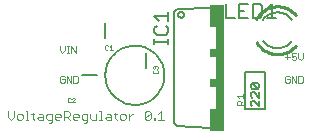
<source format=gto>
G75*
G70*
%OFA0B0*%
%FSLAX24Y24*%
%IPPOS*%
%LPD*%
%AMOC8*
5,1,8,0,0,1.08239X$1,22.5*
%
%ADD10C,0.0020*%
%ADD11C,0.0030*%
%ADD12C,0.0080*%
%ADD13C,0.0010*%
%ADD14C,0.0050*%
%ADD15C,0.0060*%
%ADD16C,0.0100*%
%ADD17R,0.0300X0.4200*%
%ADD18R,0.0200X0.0750*%
%ADD19R,0.0200X0.0300*%
D10*
X002228Y001941D02*
X002301Y001941D01*
X002338Y001978D01*
X002338Y002051D01*
X002265Y002051D01*
X002191Y001978D02*
X002191Y002125D01*
X002228Y002162D01*
X002301Y002162D01*
X002338Y002125D01*
X002412Y002162D02*
X002559Y001941D01*
X002559Y002162D01*
X002633Y002162D02*
X002743Y002162D01*
X002780Y002125D01*
X002780Y001978D01*
X002743Y001941D01*
X002633Y001941D01*
X002633Y002162D01*
X002412Y002162D02*
X002412Y001941D01*
X002228Y001941D02*
X002191Y001978D01*
X002265Y002941D02*
X002338Y003015D01*
X002338Y003162D01*
X002412Y003162D02*
X002486Y003162D01*
X002449Y003162D02*
X002449Y002941D01*
X002412Y002941D02*
X002486Y002941D01*
X002560Y002941D02*
X002560Y003162D01*
X002706Y002941D01*
X002706Y003162D01*
X002265Y002941D02*
X002191Y003015D01*
X002191Y003162D01*
X008075Y001487D02*
X008149Y001414D01*
X008075Y001487D02*
X008295Y001487D01*
X008295Y001414D02*
X008295Y001561D01*
X008295Y001340D02*
X008222Y001266D01*
X008222Y001303D02*
X008222Y001193D01*
X008295Y001193D02*
X008075Y001193D01*
X008075Y001303D01*
X008112Y001340D01*
X008185Y001340D01*
X008222Y001303D01*
X009691Y001978D02*
X009728Y001941D01*
X009801Y001941D01*
X009838Y001978D01*
X009838Y002051D01*
X009765Y002051D01*
X009691Y001978D02*
X009691Y002125D01*
X009728Y002162D01*
X009801Y002162D01*
X009838Y002125D01*
X009912Y002162D02*
X010059Y001941D01*
X010059Y002162D01*
X010133Y002162D02*
X010243Y002162D01*
X010280Y002125D01*
X010280Y001978D01*
X010243Y001941D01*
X010133Y001941D01*
X010133Y002162D01*
X009912Y002162D02*
X009912Y001941D01*
X009949Y002691D02*
X009912Y002728D01*
X009949Y002691D02*
X010022Y002691D01*
X010059Y002728D01*
X010059Y002801D01*
X010022Y002838D01*
X009986Y002838D01*
X009912Y002801D01*
X009912Y002912D01*
X010059Y002912D01*
X010133Y002912D02*
X010133Y002765D01*
X010207Y002691D01*
X010280Y002765D01*
X010280Y002912D01*
X009838Y002801D02*
X009691Y002801D01*
X009765Y002728D02*
X009765Y002875D01*
D11*
X000640Y000793D02*
X000543Y000696D01*
X000446Y000793D01*
X000446Y000987D01*
X000640Y000987D02*
X000640Y000793D01*
X000741Y000745D02*
X000789Y000696D01*
X000886Y000696D01*
X000935Y000745D01*
X000935Y000842D01*
X000886Y000890D01*
X000789Y000890D01*
X000741Y000842D01*
X000741Y000745D01*
X001036Y000696D02*
X001132Y000696D01*
X001084Y000696D02*
X001084Y000987D01*
X001036Y000987D01*
X001232Y000890D02*
X001329Y000890D01*
X001280Y000938D02*
X001280Y000745D01*
X001329Y000696D01*
X001429Y000745D02*
X001477Y000793D01*
X001622Y000793D01*
X001622Y000842D02*
X001622Y000696D01*
X001477Y000696D01*
X001429Y000745D01*
X001574Y000890D02*
X001622Y000842D01*
X001574Y000890D02*
X001477Y000890D01*
X001723Y000842D02*
X001723Y000745D01*
X001772Y000696D01*
X001917Y000696D01*
X001917Y000648D02*
X001917Y000890D01*
X001772Y000890D01*
X001723Y000842D01*
X002018Y000842D02*
X002018Y000745D01*
X002066Y000696D01*
X002163Y000696D01*
X002312Y000696D02*
X002312Y000987D01*
X002458Y000987D01*
X002506Y000938D01*
X002506Y000842D01*
X002458Y000793D01*
X002312Y000793D01*
X002409Y000793D02*
X002506Y000696D01*
X002607Y000745D02*
X002607Y000842D01*
X002655Y000890D01*
X002752Y000890D01*
X002801Y000842D01*
X002801Y000793D01*
X002607Y000793D01*
X002607Y000745D02*
X002655Y000696D01*
X002752Y000696D01*
X002902Y000745D02*
X002950Y000696D01*
X003095Y000696D01*
X003095Y000648D02*
X003095Y000890D01*
X002950Y000890D01*
X002902Y000842D01*
X002902Y000745D01*
X003047Y000600D02*
X003095Y000648D01*
X003047Y000600D02*
X002999Y000600D01*
X003196Y000745D02*
X003245Y000696D01*
X003390Y000696D01*
X003390Y000890D01*
X003491Y000987D02*
X003539Y000987D01*
X003539Y000696D01*
X003491Y000696D02*
X003588Y000696D01*
X003687Y000745D02*
X003736Y000793D01*
X003881Y000793D01*
X003881Y000842D02*
X003881Y000696D01*
X003736Y000696D01*
X003687Y000745D01*
X003833Y000890D02*
X003881Y000842D01*
X003833Y000890D02*
X003736Y000890D01*
X003982Y000890D02*
X004079Y000890D01*
X004030Y000938D02*
X004030Y000745D01*
X004079Y000696D01*
X004179Y000745D02*
X004227Y000696D01*
X004324Y000696D01*
X004372Y000745D01*
X004372Y000842D01*
X004324Y000890D01*
X004227Y000890D01*
X004179Y000842D01*
X004179Y000745D01*
X004473Y000793D02*
X004570Y000890D01*
X004618Y000890D01*
X004473Y000890D02*
X004473Y000696D01*
X005013Y000745D02*
X005062Y000696D01*
X005158Y000696D01*
X005207Y000745D01*
X005207Y000938D01*
X005013Y000745D01*
X005013Y000938D01*
X005062Y000987D01*
X005158Y000987D01*
X005207Y000938D01*
X005455Y000890D02*
X005552Y000987D01*
X005552Y000696D01*
X005455Y000696D02*
X005649Y000696D01*
X005356Y000696D02*
X005308Y000696D01*
X005308Y000745D01*
X005356Y000745D01*
X005356Y000696D01*
X003196Y000745D02*
X003196Y000890D01*
X002211Y000842D02*
X002211Y000793D01*
X002018Y000793D01*
X002018Y000842D02*
X002066Y000890D01*
X002163Y000890D01*
X002211Y000842D01*
X001917Y000648D02*
X001868Y000600D01*
X001820Y000600D01*
D12*
X002931Y002181D02*
X003431Y002181D01*
X003697Y002181D02*
X003699Y002243D01*
X003705Y002306D01*
X003715Y002367D01*
X003729Y002428D01*
X003746Y002488D01*
X003767Y002547D01*
X003793Y002604D01*
X003821Y002659D01*
X003853Y002713D01*
X003889Y002764D01*
X003927Y002814D01*
X003969Y002860D01*
X004013Y002904D01*
X004061Y002945D01*
X004110Y002983D01*
X004162Y003017D01*
X004216Y003048D01*
X004272Y003076D01*
X004330Y003100D01*
X004389Y003121D01*
X004449Y003137D01*
X004510Y003150D01*
X004572Y003159D01*
X004634Y003164D01*
X004697Y003165D01*
X004759Y003162D01*
X004821Y003155D01*
X004883Y003144D01*
X004943Y003129D01*
X005003Y003111D01*
X005061Y003089D01*
X005118Y003063D01*
X005173Y003033D01*
X005226Y003000D01*
X005277Y002964D01*
X005325Y002925D01*
X005371Y002882D01*
X005414Y002837D01*
X005454Y002789D01*
X005491Y002739D01*
X005525Y002686D01*
X005556Y002632D01*
X005582Y002576D01*
X005606Y002518D01*
X005625Y002458D01*
X005641Y002398D01*
X005653Y002336D01*
X005661Y002275D01*
X005665Y002212D01*
X005665Y002150D01*
X005661Y002087D01*
X005653Y002026D01*
X005641Y001964D01*
X005625Y001904D01*
X005606Y001844D01*
X005582Y001786D01*
X005556Y001730D01*
X005525Y001676D01*
X005491Y001623D01*
X005454Y001573D01*
X005414Y001525D01*
X005371Y001480D01*
X005325Y001437D01*
X005277Y001398D01*
X005226Y001362D01*
X005173Y001329D01*
X005118Y001299D01*
X005061Y001273D01*
X005003Y001251D01*
X004943Y001233D01*
X004883Y001218D01*
X004821Y001207D01*
X004759Y001200D01*
X004697Y001197D01*
X004634Y001198D01*
X004572Y001203D01*
X004510Y001212D01*
X004449Y001225D01*
X004389Y001241D01*
X004330Y001262D01*
X004272Y001286D01*
X004216Y001314D01*
X004162Y001345D01*
X004110Y001379D01*
X004061Y001417D01*
X004013Y001458D01*
X003969Y001502D01*
X003927Y001548D01*
X003889Y001598D01*
X003853Y001649D01*
X003821Y001703D01*
X003793Y001758D01*
X003767Y001815D01*
X003746Y001874D01*
X003729Y001934D01*
X003715Y001995D01*
X003705Y002056D01*
X003699Y002119D01*
X003697Y002181D01*
X005044Y002435D02*
X005044Y002935D01*
X003681Y003431D02*
X003681Y003931D01*
D13*
X003717Y003177D02*
X003692Y003151D01*
X003692Y003051D01*
X003717Y003026D01*
X003767Y003026D01*
X003792Y003051D01*
X003839Y003026D02*
X003939Y003026D01*
X003889Y003026D02*
X003889Y003177D01*
X003839Y003126D01*
X003792Y003151D02*
X003767Y003177D01*
X003717Y003177D01*
X005286Y002464D02*
X005311Y002489D01*
X005336Y002489D01*
X005361Y002464D01*
X005386Y002489D01*
X005411Y002489D01*
X005436Y002464D01*
X005436Y002414D01*
X005411Y002389D01*
X005411Y002342D02*
X005436Y002317D01*
X005436Y002267D01*
X005411Y002242D01*
X005311Y002242D01*
X005286Y002267D01*
X005286Y002317D01*
X005311Y002342D01*
X005311Y002389D02*
X005286Y002414D01*
X005286Y002464D01*
X005361Y002464D02*
X005361Y002439D01*
X002689Y001401D02*
X002664Y001427D01*
X002614Y001427D01*
X002589Y001401D01*
X002542Y001401D02*
X002517Y001427D01*
X002467Y001427D01*
X002442Y001401D01*
X002442Y001301D01*
X002467Y001276D01*
X002517Y001276D01*
X002542Y001301D01*
X002589Y001276D02*
X002689Y001376D01*
X002689Y001401D01*
X002689Y001276D02*
X002589Y001276D01*
D14*
X005981Y000581D02*
X005981Y004281D01*
X006081Y004381D01*
X007231Y004431D01*
X007706Y004557D02*
X007706Y004106D01*
X008007Y004106D01*
X008167Y004106D02*
X008467Y004106D01*
X008627Y004106D02*
X008852Y004106D01*
X008927Y004181D01*
X008927Y004482D01*
X008852Y004557D01*
X008627Y004557D01*
X008627Y004106D01*
X008167Y004106D02*
X008167Y004557D01*
X008467Y004557D01*
X008317Y004332D02*
X008167Y004332D01*
X009087Y004407D02*
X009238Y004557D01*
X009238Y004106D01*
X009388Y004106D02*
X009087Y004106D01*
X006121Y004201D02*
X006123Y004221D01*
X006129Y004239D01*
X006138Y004257D01*
X006150Y004272D01*
X006165Y004284D01*
X006183Y004293D01*
X006201Y004299D01*
X006221Y004301D01*
X006241Y004299D01*
X006259Y004293D01*
X006277Y004284D01*
X006292Y004272D01*
X006304Y004257D01*
X006313Y004239D01*
X006319Y004221D01*
X006321Y004201D01*
X006319Y004181D01*
X006313Y004163D01*
X006304Y004145D01*
X006292Y004130D01*
X006277Y004118D01*
X006259Y004109D01*
X006241Y004103D01*
X006221Y004101D01*
X006201Y004103D01*
X006183Y004109D01*
X006165Y004118D01*
X006150Y004130D01*
X006138Y004145D01*
X006129Y004163D01*
X006123Y004181D01*
X006121Y004201D01*
X005776Y004146D02*
X005326Y004146D01*
X005476Y003996D01*
X005776Y003996D02*
X005776Y004296D01*
X005701Y003836D02*
X005776Y003761D01*
X005776Y003611D01*
X005701Y003536D01*
X005401Y003536D01*
X005326Y003611D01*
X005326Y003761D01*
X005401Y003836D01*
X005326Y003379D02*
X005326Y003229D01*
X005326Y003304D02*
X005776Y003304D01*
X005776Y003229D02*
X005776Y003379D01*
X008347Y002292D02*
X008347Y001071D01*
X009016Y001071D01*
X009016Y002292D01*
X008347Y002292D01*
X008600Y001916D02*
X008780Y001735D01*
X008825Y001780D01*
X008825Y001871D01*
X008780Y001916D01*
X008600Y001916D01*
X008555Y001871D01*
X008555Y001780D01*
X008600Y001735D01*
X008780Y001735D01*
X008825Y001621D02*
X008825Y001441D01*
X008645Y001621D01*
X008600Y001621D01*
X008555Y001576D01*
X008555Y001486D01*
X008600Y001441D01*
X008600Y001326D02*
X008555Y001281D01*
X008555Y001191D01*
X008600Y001146D01*
X008645Y001326D02*
X008825Y001146D01*
X008825Y001326D01*
X008645Y001326D02*
X008600Y001326D01*
X007231Y000431D02*
X006081Y000481D01*
X005981Y000581D01*
D15*
X008957Y003313D02*
X008987Y003278D01*
X009018Y003245D01*
X009053Y003215D01*
X009089Y003188D01*
X009127Y003164D01*
X009167Y003142D01*
X009209Y003124D01*
X009252Y003108D01*
X009296Y003096D01*
X009340Y003088D01*
X009386Y003083D01*
X009431Y003081D01*
X009476Y003083D01*
X009522Y003088D01*
X009566Y003096D01*
X009610Y003108D01*
X009653Y003124D01*
X009695Y003142D01*
X009735Y003164D01*
X009773Y003188D01*
X009809Y003215D01*
X009844Y003245D01*
X009875Y003278D01*
X009905Y003313D01*
X009431Y004281D02*
X009385Y004279D01*
X009339Y004274D01*
X009293Y004265D01*
X009248Y004253D01*
X009205Y004237D01*
X009163Y004218D01*
X009122Y004195D01*
X009083Y004170D01*
X009047Y004142D01*
X009012Y004111D01*
X008980Y004077D01*
X008951Y004041D01*
X009431Y004281D02*
X009478Y004279D01*
X009526Y004273D01*
X009572Y004264D01*
X009618Y004251D01*
X009662Y004235D01*
X009706Y004215D01*
X009747Y004191D01*
X009786Y004165D01*
X009823Y004135D01*
X009858Y004102D01*
X009890Y004067D01*
X009919Y004030D01*
D16*
X009431Y004481D02*
X009377Y004479D01*
X009323Y004474D01*
X009270Y004465D01*
X009217Y004452D01*
X009166Y004436D01*
X009116Y004416D01*
X009067Y004393D01*
X009019Y004367D01*
X008974Y004338D01*
X008931Y004305D01*
X008890Y004270D01*
X008851Y004232D01*
X008815Y004192D01*
X008782Y004149D01*
X008752Y004104D01*
X008725Y004057D01*
X008736Y003284D02*
X008766Y003236D01*
X008799Y003191D01*
X008835Y003148D01*
X008873Y003107D01*
X008915Y003070D01*
X008959Y003035D01*
X009005Y003004D01*
X009054Y002975D01*
X009104Y002951D01*
X009156Y002930D01*
X009210Y002912D01*
X009264Y002899D01*
X009319Y002889D01*
X009375Y002883D01*
X009431Y002881D01*
X009484Y002883D01*
X009538Y002888D01*
X009590Y002897D01*
X009642Y002909D01*
X009693Y002925D01*
X009743Y002944D01*
X009792Y002967D01*
X009839Y002993D01*
X009884Y003021D01*
X009927Y003053D01*
X009967Y003087D01*
X010006Y003125D01*
X010042Y003164D01*
X010046Y004193D02*
X010010Y004233D01*
X009971Y004271D01*
X009930Y004306D01*
X009887Y004338D01*
X009842Y004368D01*
X009795Y004394D01*
X009746Y004416D01*
X009695Y004436D01*
X009644Y004452D01*
X009592Y004465D01*
X009538Y004474D01*
X009485Y004479D01*
X009431Y004481D01*
D17*
X007531Y002431D03*
D18*
X007281Y000706D03*
X007281Y004156D03*
D19*
X007281Y002931D03*
X007281Y001931D03*
M02*

</source>
